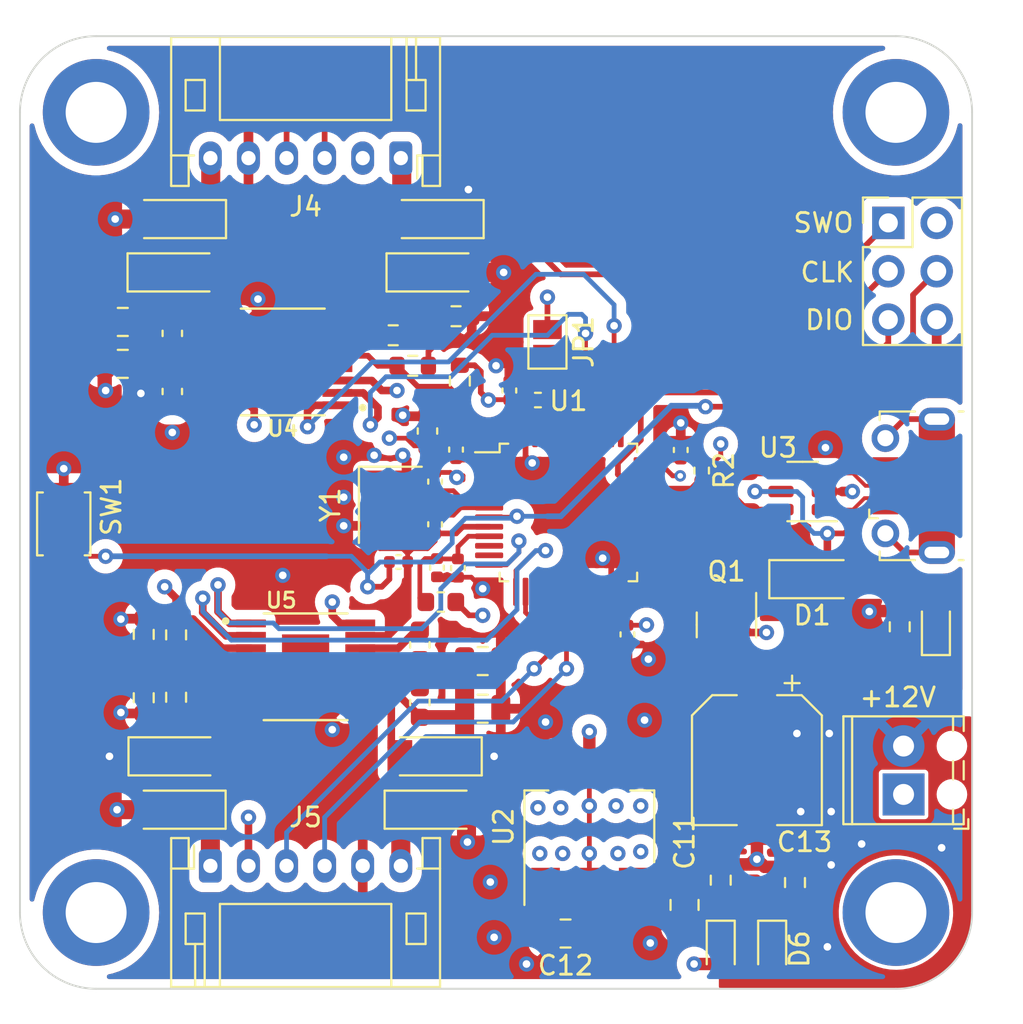
<source format=kicad_pcb>
(kicad_pcb (version 20211014) (generator pcbnew)
  (layers (0 "F.Cu" signal) (1 "In1.Cu" signal) (2 "In2.Cu" signal) (31 "B.Cu" signal) (34 "B.Paste" user) (35 "F.Paste" user) (36 "B.SilkS" user "B.Silkscreen") (37 "F.SilkS" user "F.Silkscreen") (38 "B.Mask" user) (39 "F.Mask" user) (44 "Edge.Cuts" user))
  (net 0 "")
  (net 1 "/Microcontroller/OSC_IN")
  (net 2 "GND")
  (net 3 "/Microcontroller/NRST")
  (net 4 "/Microcontroller/OSC_OUT")
  (net 5 "+3.3V")
  (net 6 "+3.3VA")
  (net 7 "/Microcontroller/USB_DP")
  (net 13 "/Microcontroller/M2_ENCA")
  (net 14 "/Microcontroller/M2_ENCB")
  (net 15 "Net-(D12-Pad1)")
  (net 30 "/Microcontroller/USB_DN")
  (net 31 "/Microcontroller/SWDIO")
  (net 32 "/Microcontroller/SWCLK")
  (net 34 "/Microcontroller/M1_ENCA")
  (net 35 "/Microcontroller/M1_ENCB")
  (net 36 "/Microcontroller/M1_IN1")
  (net 37 "/Microcontroller/M1_IN2")
  (net 38 "/Microcontroller/BOOT0")
  (net 41 "VBUS")
  (net 42 "/Connectors/CONN_USB_DN")
  (net 43 "/Connectors/CONN_USB_DP")
  (net 44 "unconnected-(J1-Pad6)")
  (net 46 "/Microcontroller/SWO")
  (net 47 "+12V")
  (net 48 "Net-(C11-Pad1)")
  (net 49 "Net-(C14-Pad1)")
  (net 50 "Net-(C14-Pad2)")
  (net 51 "Net-(C15-Pad2)")
  (net 52 "/Motor Driver/M1_OUT1")
  (net 53 "/Motor Driver/M1_OUT2")
  (net 54 "/Motor Driver/VREF1")
  (net 55 "Net-(R5-Pad1)")
  (net 56 "Net-(R5-Pad2)")
  (net 59 "Net-(D6-Pad1)")
  (net 60 "Net-(D7-Pad1)")
  (net 61 "Net-(C18-Pad1)")
  (net 62 "Net-(C18-Pad2)")
  (net 63 "Net-(C19-Pad2)")
  (net 64 "/Motor Driver/M2_OUT1")
  (net 65 "/Motor Driver/M2_OUT2")
  (net 66 "/Motor Driver/VREF2")
  (net 67 "Net-(R11-Pad1)")
  (net 68 "Net-(R11-Pad2)")
  (net 69 "/Motor Driver/M2_IN1")
  (net 70 "/Motor Driver/M2_IN2")
  (footprint "Connector_PinHeader_2.54mm:PinHeader_2x03_P2.54mm_Vertical" (layer "F.Cu") (at 175.6 99.8)
    (fp_text reference "J2" hide)
    (fp_text value "SWD Connector")
  )
  (footprint "Capacitor_SMD:C_0603_1608Metric" (layer "F.Cu") (at 151.4 110.725 90)
    (fp_text reference "C4" hide)
    (fp_text value "4u7")
  )
  (footprint "Resistor_SMD:R_0603_1608Metric" (layer "F.Cu") (at 136.5 121.4 90)
    (fp_text reference "R10" hide)
    (fp_text value "DNP")
  )
  (footprint "Resistor_SMD:R_0603_1608Metric" (layer "F.Cu") (at 153.1 108.1 -90)
    (fp_text reference "R3" hide)
    (fp_text value "10k")
  )
  (footprint "MountingHole:MountingHole_3.2mm_M3_DIN965_Pad" (layer "F.Cu") (at 134 94)
    (fp_text reference "H3" hide)
    (fp_text value "M3")
  )
  (footprint "Capacitor_SMD:C_0402_1005Metric" (layer "F.Cu") (at 151.9 117.9 -90)
    (fp_text reference "C10" hide)
    (fp_text value "0u1")
  )
  (footprint "Capacitor_SMD:C_0805_2012Metric" (layer "F.Cu") (at 154.3 122.8)
    (fp_text reference "C20" hide)
    (fp_text value "4u7")
  )
  (footprint "Jumper:SolderJumper-2_P1.3mm_Open_Pad1.0x1.5mm" (layer "F.Cu") (at 157.7 106.05 90)
    (fp_text reference "JP1")
    (fp_text value "Boot Jumper")
  )
  (footprint "LED_SMD:LED_0603_1608Metric" (layer "F.Cu") (at 169.5 137.9125 -90)
    (fp_text reference "D6")
    (fp_text value "green")
  )
  (footprint "MountingHole:MountingHole_3.2mm_M3_DIN965_Pad" (layer "F.Cu") (at 134 136)
    (fp_text reference "H4" hide)
    (fp_text value "M3")
  )
  (footprint "Package_QFP:LQFP-48_7x7mm_P0.5mm" (layer "F.Cu") (at 158.8 115)
    (fp_text reference "U1")
    (fp_text value "STM32F103C8T6")
  )
  (footprint "Resistor_SMD:R_0603_1608Metric" (layer "F.Cu") (at 152.9 104.7)
    (fp_text reference "R6" hide)
    (fp_text value "1k5")
  )
  (footprint "Capacitor_SMD:C_0603_1608Metric" (layer "F.Cu") (at 151 121.95 -90)
    (fp_text reference "C18" hide)
    (fp_text value "22n")
  )
  (footprint "MountingHole:MountingHole_3.2mm_M3_DIN965_Pad" (layer "F.Cu") (at 176 94)
    (fp_text reference "H1" hide)
    (fp_text value "M3")
  )
  (footprint "Resistor_SMD:R_0603_1608Metric" (layer "F.Cu") (at 170.7 134.425 90)
    (fp_text reference "R7" hide)
    (fp_text value "1k5")
  )
  (footprint "Capacitor_SMD:C_0603_1608Metric" (layer "F.Cu") (at 151 124.975 90)
    (fp_text reference "C19" hide)
    (fp_text value "220n")
  )
  (footprint "Inductor_SMD:L_0603_1608Metric" (layer "F.Cu") (at 152.1 119.7)
    (fp_text reference "L1" hide)
    (fp_text value "39n")
  )
  (footprint "Diode_SMD:D_MiniMELF" (layer "F.Cu") (at 151.7 130.6)
    (fp_text reference "D11" hide)
    (fp_text value "LL4148")
  )
  (footprint "Capacitor_SMD:C_0402_1005Metric" (layer "F.Cu") (at 151.8 115.62 -90)
    (fp_text reference "C3" hide)
    (fp_text value "20p")
  )
  (footprint "Package_TO_SOT_SMD:SOT-223-3_TabPin2" (layer "F.Cu") (at 159.9 131.5 90)
    (fp_text reference "U2")
    (fp_text value "AMS1117-3.3")
  )
  (footprint "Capacitor_SMD:C_0805_2012Metric" (layer "F.Cu") (at 164.9 135.6 -90)
    (fp_text reference "C11")
    (fp_text value "1u")
  )
  (footprint "Resistor_SMD:R_0603_1608Metric" (layer "F.Cu") (at 136.5 124.725 -90)
    (fp_text reference "R12" hide)
    (fp_text value "1k5")
  )
  (footprint "LED_SMD:LED_0603_1608Metric" (layer "F.Cu") (at 166.8 137.9125 -90)
    (fp_text reference "D7" hide)
    (fp_text value "green")
  )
  (footprint "Diode_SMD:D_MiniMELF" (layer "F.Cu") (at 138.27 99.6 180)
    (fp_text reference "D5" hide)
    (fp_text value "LL4148")
  )
  (footprint "Capacitor_SMD:C_0805_2012Metric" (layer "F.Cu") (at 154.3 125.3)
    (fp_text reference "C21" hide)
    (fp_text value "4u7")
  )
  (footprint "Capacitor_SMD:C_0805_2012Metric" (layer "F.Cu") (at 158.65 137.1 180)
    (fp_text reference "C12")
    (fp_text value "1u")
  )
  (footprint "Capacitor_SMD:C_0402_1005Metric" (layer "F.Cu") (at 149.88 117.6)
    (fp_text reference "C2" hide)
    (fp_text value "0u1")
  )
  (footprint "LED_SMD:LED_0603_1608Metric" (layer "F.Cu") (at 178.1 121 90)
    (fp_text reference "D12" hide)
    (fp_text value "green")
  )
  (footprint "TerminalBlock_Phoenix:TerminalBlock_Phoenix_MPT-0,5-2-2.54_1x02_P2.54mm_Horizontal" (layer "F.Cu") (at 176.4 129.8 90)
    (fp_text reference "J3" hide)
    (fp_text value "PWR")
  )
  (footprint "Resistor_SMD:R_0603_1608Metric" (layer "F.Cu") (at 150.625 107.3)
    (fp_text reference "R4" hide)
    (fp_text value "DNP")
  )
  (footprint "DRV8874PWPR:SOP65P640X120-17N" (layer "F.Cu") (at 145 123.1)
    (fp_text reference "U5")
    (fp_text value "DRV8874PWPR")
  )
  (footprint "MountingHole:MountingHole_3.2mm_M3_DIN965_Pad" (layer "F.Cu") (at 176 136)
    (fp_text reference "H2" hide)
    (fp_text value "M3")
  )
  (footprint "Capacitor_SMD:C_0402_1005Metric" (layer "F.Cu") (at 155.7 108.6 90)
    (fp_text reference "C6" hide)
    (fp_text value "0u1")
  )
  (footprint "Resistor_SMD:R_0603_1608Metric" (layer "F.Cu") (at 138.2 124.7 90)
    (fp_text reference "R11" hide)
    (fp_text value "1k")
  )
  (footprint "DRV8874PWPR:SOP65P640X120-17N" (layer "F.Cu") (at 143.8 107.1 180)
    (fp_text reference "U4")
    (fp_text value "DRV8874PWPR")
  )
  (footprint "Capacitor_SMD:C_0402_1005Metric" (layer "F.Cu") (at 153 117.92 -90)
    (fp_text reference "C9" hide)
    (fp_text value "0u1")
  )
  (footprint "Diode_SMD:D_SOD-123" (layer "F.Cu") (at 171.6 118.5)
    (fp_text reference "D1")
    (fp_text value "B5819W")
  )
  (footprint "Capacitor_SMD:C_0805_2012Metric" (layer "F.Cu") (at 135.4 105 180)
    (fp_text reference "C16" hide)
    (fp_text value "4u7")
  )
  (footprint "Diode_SMD:D_MiniMELF" (layer "F.Cu") (at 138.25 127.8)
    (fp_text reference "D8" hide)
    (fp_text value "LL4148")
  )
  (footprint "Button_Switch_SMD:SW_SPST_B3U-1000P" (layer "F.Cu") (at 132.3 115.6 -90)
    (fp_text reference "SW1")
    (fp_text value "B3U-1000P")
  )
  (footprint "Resistor_SMD:R_0603_1608Metric" (layer "F.Cu") (at 176.2 121 90)
    (fp_text reference "R13" hide)
    (fp_text value "1k")
  )
  (footprint "Capacitor_SMD:C_0603_1608Metric" (layer "F.Cu") (at 138 105.6 -90)
    (fp_text reference "C15" hide)
    (fp_text value "220n")
  )
  (footprint "Diode_SMD:D_MiniMELF" (layer "F.Cu") (at 138.25 130.6 180)
    (fp_text reference "D9" hide)
    (fp_text value "LL4148")
  )
  (footprint "Capacitor_SMD:C_0402_1005Metric" (layer "F.Cu") (at 161.9 121.4 -90)
    (fp_text reference "C8" hide)
    (fp_text value "0u1")
  )
  (footprint "Diode_SMD:D_MiniMELF" (layer "F.Cu") (at 138.2 102.4)
    (fp_text reference "D4" hide)
    (fp_text value "LL4148")
  )
  (footprint "Capacitor_SMD:C_0402_1005Metric" (layer "F.Cu") (at 152.9 111.7 90)
    (fp_text reference "C5" hide)
    (fp_text value "0u1")
  )
  (footprint "Package_TO_SOT_SMD:SOT-23-6" (layer "F.Cu") (at 171.1 113.9 180)
    (fp_text reference "U3")
    (fp_text value "USBLC6-2SC6")
  )
  (footprint "Resistor_SMD:R_0603_1608Metric" (layer "F.Cu") (at 138.2 121.425 -90)
    (fp_text reference "R9" hide)
    (fp_text value "10k")
  )
  (footprint "Diode_SMD:D_MiniMELF" (layer "F.Cu") (at 151.7 127.8 180)
    (fp_text reference "D10" hide)
    (fp_text value "LL4148")
  )
  (footprint "Capacitor_SMD:C_0402_1005Metric" (layer "F.Cu") (at 151.8 113.38 90)
    (fp_text reference "C1" hide)
    (fp_text value "20p")
  )
  (footprint "Capacitor_SMD:CP_Elec_6.3x7.7" (layer "F.Cu") (at 168.7 128 -90)
    (fp_text reference "C13")
    (fp_text value "47u")
  )
  (footprint "Package_TO_SOT_SMD:SOT-23" (layer "F.Cu") (at 167.1 120.9 -90)
    (fp_text reference "Q1")
    (fp_text value "AO3401A")
  )
  (footprint "Capacitor_SMD:C_0805_2012Metric" (layer "F.Cu") (at 135.4 107.2 180)
    (fp_text reference "C17" hide)
    (fp_text value "4u7")
  )
  (footprint "Resistor_SMD:R_0603_1608Metric" (layer "F.Cu") (at 149.6 105.7)
    (fp_text reference "R5" hide)
    (fp_text value "1k")
  )
  (footprint "Connector_JST:JST_PH_S6B-PH-K_1x06_P2.00mm_Horizontal" (layer "F.Cu") (at 150 96.4 180)
    (fp_text reference "J4")
    (fp_text value "Conn_01x06")
  )
  (footprint "Diode_SMD:D_MiniMELF" (layer "F.Cu") (at 151.8 102.4)
    (fp_text reference "D3" hide)
    (fp_text value "LL4148")
  )
  (footprint "Resistor_SMD:R_0402_1005Metric" (layer "F.Cu") (at 165.8 112.8 -90)
    (fp_text reference "R2")
    (fp_text value "1k5")
  )
  (footprint "Capacitor_SMD:C_0402_1005Metric" (layer "F.Cu") (at 164.7 111.72 90)
    (fp_text reference "C7" hide)
    (fp_text value "0u1")
  )
  (footprint "Crystal:Crystal_SMD_3225-4Pin_3.2x2.5mm" (layer "F.Cu") (at 149.45 114.6 -90)
    (fp_text reference "Y1")
    (fp_text value "12MHz")
  )
  (footprint "Diode_SMD:D_MiniMELF" (layer "F.Cu") (at 151.8 99.6 180)
    (fp_text reference "D2" hide)
    (fp_text value "LL4148")
  )
  (footprint "Resistor_SMD:R_0402_1005Metric" (layer "F.Cu") (at 157.2 109.1 180)
    (fp_text reference "R1" hide)
    (fp_text value "10k")
  )
  (footprint "Connector_USB:USB_Micro-B_Molex-105017-0001" (layer "F.Cu") (at 176.91 113.6 90)
    (fp_text reference "J1" hide)
    (fp_text value "USB_B_Micro")
  )
  (footprint "Connector_JST:JST_PH_S6B-PH-K_1x06_P2.00mm_Horizontal" (layer "F.Cu") (at 140 133.55)
    (fp_text reference "J5")
    (fp_text value "Conn_01x06")
  )
  (footprint "Capacitor_SMD:C_0603_1608Metric" (layer "F.Cu") (at 138 108.65 90)
    (fp_text reference "C14" hide)
    (fp_text value "22n")
  )
  (footprint "Resistor_SMD:R_0603_1608Metric" (layer "F.Cu") (at 166.8 134.3 90)
    (fp_text reference "R8" hide)
    (fp_text value "1k")
  )
  (gr_line (start 180 136) (end 180 94) (layer "Edge.Cuts") (width 0.1))
  (gr_arc (start 180 136) (mid 178.828427 138.828427) (end 176 140) (layer "Edge.Cuts") (width 0.1))
  (gr_line (start 130 94) (end 130 136) (layer "Edge.Cuts") (width 0.1))
  (gr_arc (start 130 94) (mid 131.171573 91.171573) (end 134 90) (layer "Edge.Cuts") (width 0.1))
  (gr_arc (start 134 140) (mid 131.171573 138.828427) (end 130 136) (layer "Edge.Cuts") (width 0.1))
  (gr_line (start 176 90) (end 134 90) (layer "Edge.Cuts") (width 0.1))
  (gr_line (start 134 140) (end 176 140) (layer "Edge.Cuts") (width 0.1))
  (gr_arc (start 176 90) (mid 178.828427 91.171573) (end 180 94) (layer "Edge.Cuts") (width 0.1))
  (gr_text "DIO" (at 172.5 104.9) (layer "F.SilkS") (effects (font (size 1 1))))
  (gr_text "SWO" (at 172.2 99.8) (layer "F.SilkS") (effects (font (size 1 1))))
  (gr_text "CLK" (at 172.4 102.4) (layer "F.SilkS") (effects (font (size 1 1))))
  (gr_text "+12V" (at 176.1 124.7) (layer "F.SilkS") (effects (font (size 1 1))))
  (segment (start 153.15 114.25) (end 152.76 113.86) (width 0.25) (layer "F.Cu") (net 1))
  (segment (start 154.6375 114.25) (end 153.15 114.25) (width 0.25) (layer "F.Cu") (net 1))
  (segment (start 151.8 113.9) (end 151.8 113.86) (width 0.25) (layer "F.Cu") (net 1))
  (segment (start 151.1 114.6) (end 151.8 113.9) (width 0.25) (layer "F.Cu") (net 1))
  (segment (start 152.76 113.86) (end 151.8 113.86) (width 0.25) (layer "F.Cu") (net 1))
  (segment (start 149.6 114.6) (end 151.1 114.6) (width 0.25) (layer "F.Cu") (net 1))
  (segment (start 148.6 113.6) (end 149.6 114.6) (width 0.25) (layer "F.Cu") (net 1))
  (segment (start 148.6 113.5) (end 148.6 113.6) (width 0.25) (layer "F.Cu") (net 1))
  (segment (start 142.5 104.4) (end 142.5 103.8) (width 0.4) (layer "F.Cu") (net 2))
  (segment (start 174.625 120.175) (end 174.6 120.2) (width 0.65) (layer "F.Cu") (net 2))
  (segment (start 166.8 133.475) (end 167.625 133.475) (width 0.65) (layer "F.Cu") (net 2))
  (segment (start 155.7 107.4) (end 155.6 107.3) (width 0.25) (layer "F.Cu") (net 2))
  (segment (start 150.62 116.9) (end 150.36 117.16) (width 0.25) (layer "F.Cu") (net 2))
  (segment (start 150.36 120.44) (end 150.36 117.6) (width 0.4) (layer "F.Cu") (net 2))
  (segment (start 168.05 119.9625) (end 168.05 121.05) (width 0.4) (layer "F.Cu") (net 2))
  (segment (start 157.7 134.75) (end 157.6 134.65) (width 0.75) (layer "F.Cu") (net 2))
  (segment (start 167.625 133.475) (end 168.325 133.475) (width 0.65) (layer "F.Cu") (net 2))
  (segment (start 134.45 108.55) (end 134.45 107.2) (width 0.75) (layer "F.Cu") (net 2))
  (segment (start 149.325 121.475) (end 150.36 120.44) (width 0.4) (layer "F.Cu") (net 2))
  (segment (start 168.05 121.05) (end 168.3 121.3) (width 0.4) (layer "F.Cu") (net 2))
  (segment (start 162.9 122.1) (end 163 122.2) (width 0.3) (layer "F.Cu") (net 2))
  (segment (start 154.6375 115.75) (end 153.25 115.75) (width 0.3) (layer "F.Cu") (net 2))
  (segment (start 150.1 116.9) (end 148.9 116.9) (width 0.25) (layer "F.Cu") (net 2))
  (segment (start 136.52 99.6) (end 135 99.6) (width 1) (layer "F.Cu") (net 2))
  (segment (start 135.325 120.575) (end 135.3 120.6) (width 0.4) (layer "F.Cu") (net 2))
  (segment (start 142.075 104.825) (end 142.4 104.5) (width 0.4) (layer "F.Cu") (net 2))
  (segment (start 155.7 108.12) (end 155.7 107.4) (width 0.25) (layer "F.Cu") (net 2))
  (segment (start 168.3 121.3) (end 169.2 121.3) (width 0.4) (layer "F.Cu") (net 2))
  (segment (start 161.9 121.88) (end 162.68 121.88) (width 0.3) (layer "F.Cu") (net 2))
  (segment (start 173.9 112.1) (end 173.4 111.6) (width 0.3) (layer "F.Cu") (net 2))
  (segment (start 152.9 116.1) (end 151.8 116.1) (width 0.3) (layer "F.Cu") (net 2))
  (segment (start 168.425 133.475) (end 168.7 133.2) (width 0.65) (layer "F.Cu") (net 2))
  (segment (start 136.5 120.575) (end 135.325 120.575) (width 0.4) (layer "F.Cu") (net 2))
  (segment (start 152.857131 113.157131) (end 152.935717 113.157131) (width 0.25) (layer "F.Cu") (net 2))
  (segment (start 152.6 112.9) (end 152.8 113.1) (width 0.25) (layer "F.Cu") (net 2))
  (segment (start 139.1 109.484924) (end 139.859924 108.725) (width 0.4) (layer "F.Cu") (net 2))
  (segment (start 156.55 112.05) (end 156.9 112.4) (width 0.3) (layer "F.Cu") (net 2))
  (segment (start 176.2 120.175) (end 174.625 120.175) (width 0.65) (layer "F.Cu") (net 2))
  (segment (start 155.6 107.3) (end 155 107.3) (width 0.25) (layer "F.Cu") (net 2))
  (segment (start 150.36 117.6) (end 150.36 117.16) (width 0.25) (layer "F.Cu") (net 2))
  (segment (start 174.1 112.3) (end 173.9 112.1) (width 0.3) (layer "F.Cu") (net 2))
  (segment (start 148.9 116.9) (end 148.6 116.6) (width 0.25) (layer "F.Cu") (net 2))
  (segment (start 163.45 136.55) (end 163.1 136.9) (width 0.75) (layer "F.Cu") (net 2))
  (segment (start 138.5 110.8) (end 139.1 110.2) (width 0.4) (layer "F.Cu") (net 2))
  (segment (start 134.5 108.6) (end 134.45 108.55) (width 0.75) (layer "F.Cu") (net 2))
  (segment (start 162.68 121.88) (end 162.9 122.1) (width 0.3) (layer "F.Cu") (net 2))
  (segment (start 155.4 102.4) (end 153.55 102.4) (width 1) (layer "F.Cu") (net 2))
  (segment (start 150.36 117.16) (end 150.1 116.9) (width 0.25) (layer "F.Cu") (net 2))
  (segment (start 152.2 105.8) (end 153.4 105.8) (width 0.3) (layer "F.Cu") (net 2))
  (segment (start 152.8 113.1) (end 152.857131 113.157131) (width 0.25) (layer "F.Cu") (net 2))
  (segment (start 164.7 111.24) (end 164.7 110.3) (width 0.3) (layer "F.Cu") (net 2))
  (segment (start 146.4 125.7) (end 146.4 126.4) (width 0.4) (layer "F.Cu") (net 2))
  (segment (start 136.5 130.6) (end 135.1 130.6) (width 1) (layer "F.Cu") (net 2))
  (segment (start 151.4 116.9) (end 150.62 116.9) (width 0.25) (layer "F.Cu") (net 2))
  (segment (start 151.4 109.95) (end 150.15 109.95) (width 0.3) (layer "F.Cu") (net 2))
  (segment (start 157.4 138.6) (end 157.3 138.7) (width 0.75) (layer "F.Cu") (net 2))
  (segment (start 157.7 137.1) (end 157.7 138.3) (width 0.75) (layer "F.Cu") (net 2))
  (segment (start 136.5 125.55) (end 135.35 125.55) (width 0.4) (layer "F.Cu") (net 2))
  (segment (start 168.7 130.7) (end 168.7 133.1) (width 0.65) (layer "F.Cu") (net 2))
  (segment (start 156.69 108.29) (end 156.5 108.1) (width 0.3) (layer "F.Cu") (net 2))
  (segment (start 148.6 116.6) (end 148.6 115.7) (width 0.25) (layer "F.Cu") (net 2))
  (segment (start 151.8 112.9) (end 152.6 112.9) (width 0.25) (layer "F.Cu") (net 2))
  (segment (start 168.325 133.475) (end 168.7 133.1) (width 0.65) (layer "F.Cu") (net 2))
  (segment (start 148.6 115.7) (end 147 115.7) (width 0.25) (layer "F.Cu") (net 2))
  (segment (start 142.4 104.5) (end 142.5 104.4) (width 0.4) (layer "F.Cu") (net 2))
  (segment (start 164.278339 113.078339) (end 163.95 112.75) (width 0.25) (layer "F.Cu") (net 2))
  (segment (start 168.175 133.475) (end 168.425 133.475) (width 0.65) (layer "F.Cu") (net 2))
  (segment (start 147.87 121.475) (end 149.325 121.475) (width 0.4) (layer "F.Cu") (net 2))
  (segment (start 164.9 136.55) (end 163.45 136.55) (width 0.75) (layer "F.Cu") (net 2))
  (segment (start 134.45 105) (end 134.45 107.2) (width 1) (layer "F.Cu") (net 2))
  (segment (start 157.7 137.1) (end 157.7 134.75) (width 0.75) (layer "F.Cu") (net 2))
  (segment (start 167.625 133.475) (end 168.175 133.475) (width 0.65) (layer "F.Cu") (net 2))
  (segment (start 154.3 119) (end 153.7 118.4) (width 0.25) (layer "F.Cu") (net 2))
  (segment (start 164.673839 113.078339) (end 164.278339 113.078339) (width 0.25) (layer "F.Cu") (net 2))
  (segment (start 168.7 133.1) (end 168.7 133.2) (width 0.65) (layer "F.Cu") (net 2))
  (segment (start 153.7 118.4) (end 153 118.4) (width 0.25) (layer "F.Cu") (net 2))
  (segment (start 151.7 113) (end 150.8 113) (width 0.25) (layer "F.Cu") (net 2))
  (segment (start 163.95 112.75) (end 162.9625 112.75) (width 0.25) (layer "F.Cu") (net 2))
  (segment (start 163.1 136.9) (end 163.1 137.6) (width 0.75) (layer "F.Cu") (net 2))
  (segment (start 147.87 125.375) (end 146.725 125.375) (width 0.4) (layer "F.Cu") (net 2))
  (segment (start 153.725 102.575) (end 153.55 102.4) (width 0.3) (layer "F.Cu") (net 2))
  (segment (start 150.62 116.9) (end 150.1 116.9) (width 0.25) (layer "F.Cu") (net 2))
  (segment (start 152.35 109.95) (end 151.4 109.95) (width 0.3) (layer "F.Cu") (net 2))
  (segment (start 152.9 110.5) (end 152.35 109.95) (width 0.3) (layer "F.Cu") (net 2))
  (segment (start 170.7 133.6) (end 169.1 133.6) (width 0.65) (layer "F.Cu") (net 2))
  (segment (start 155.72 108.1) (end 155.7 108.12) (width 0.3) (layer "F.Cu") (net 2))
  (segment (start 173.710756 113.9) (end 172.2375 113.9) (width 0.3) (layer "F.Cu") (net 2))
  (segment (start 169.1 133.6) (end 168.975 133.475) (width 0.65) (layer "F.Cu") (net 2))
  (segment (start 151.8 112.9) (end 151.7 113) (width 0.25) (layer "F.Cu") (net 2))
  (segment (start 153.45 132.25) (end 153.5 132.3) (width 1) (layer "F.Cu") (net 2))
  (segment (start 156.5 108.1) (end 155.72 108.1) (width 0.3) (layer "F.Cu") (net 2))
  (segment (start 147 112.3) (end 147 112.1) (width 0.25) (layer "F.Cu") (net 2))
  (segment (start 153.725 105.475) (end 153.725 104.7) (width 0.3) (layer "F.Cu") (net 2))
  (segment (start 161.05 119.1625) (end 161.05 117.85) (width 0.3) (layer "F.Cu") (net 2))
  (segment (start 146.725 125.375) (end 146.4 125.7) (width 0.4) (layer "F.Cu") (net 2))
  (segment (start 138 110.8) (end 138.5 110.8) (width 0.4) (layer "F.Cu") (net 2))
  (segment (start 168.975 133.475) (end 168.425 133.475) (width 0.65) (layer "F.Cu") (net 2))
  (segment (start 169.1 133.6) (end 168.7 133.2) (width 0.65) (layer "F.Cu") (net 2))
  (segment (start 151.9 118.38) (end 152.98 118.38) (width 0.25) (layer "F.Cu") (net 2))
  (segment (start 175.4475 112.3) (end 174.1 112.3) (width 0.3) (layer "F.Cu") (net 2))
  (segment (start 156.69 109.1) (end 156.69 108.29) (width 0.3) (layer "F.Cu") (net 2))
  (segment (start 153.4 105.8) (end 153.725 105.475) (width 0.3) (layer "F.Cu") (net 2))
  (segment (start 132.3 112.7) (end 132.3 113.9) (width 0.25) (layer "F.Cu") (net 2))
  (segment (start 151.8 116.1) (end 151.8 116.5) (width 0.25) (layer "F.Cu") (net 2))
  (segment (start 151.45 106.55) (end 152.2 105.8) (width 0.3) (layer "F.Cu") (net 2))
  (segment (start 151.45 107.3) (end 151.45 106.55) (width 0.3) (layer "F.Cu") (net 2))
  (segment (start 153.45 130.6) (end 153.45 132.25) (width 1) (layer "F.Cu") (net 2))
  (segment (start 163 122.2) (end 163 122.6) (width 0.3) (layer "F.Cu") (net 2))
  (segment (start 150.8 113) (end 150.3 113.5) (width 0.25) (layer "F.Cu") (net 2))
  (segment (start 153.725 104.7) (end 153.725 102.575) (width 0.3) (layer "F.Cu") (net 2))
  (segment (start 173.4 111.6) (end 172.3 111.6) (width 0.3) (layer "F.Cu") (net 2))
  (segment (start 160.8 117.6) (end 160.6 117.4) (width 0.3) (layer "F.Cu") (net 2))
  (segment (start 139.859924 108.725) (end 140.93 108.725) (width 0.4) (layer "F.Cu") (net 2))
  (segment (start 135.35 125.55) (end 135.3 125.5) (width 0.4) (layer "F.Cu") (net 2))
  (segment (start 157.3 138.7) (end 156.6 138.7) (width 0.75) (layer "F.Cu") (net 2))
  (segment (start 161.05 117.85) (end 160.8 117.6) (width 0.3) (layer "F.Cu") (net 2))
  (segment (start 139.1 110.2) (end 139.1 109.484924) (width 0.4) (layer "F.Cu") (net 2))
  (segment (start 150.15 109.95) (end 150.1 109.9) (width 0.3) (layer "F.Cu") (net 2))
  (segment (start 151.8 116.5) (end 151.4 116.9) (width 0.25) (layer "F.Cu") (net 2))
  (segment (start 152.9 111.22) (end 152.9 110.5) (width 0.3) (layer "F.Cu") (net 2))
  (segment (start 157.7 138.3) (end 157.4 138.6) (width 0.75) (layer "F.Cu") (net 2))
  (segment (start 152.98 118.38) (end 153 118.4) (width 0.25) (layer "F.Cu") (net 2))
  (segment (start 140.93 104.825) (end 142.075 104.825) (width 0.4) (layer "F.Cu") (net 2))
  (segment (start 156.55 110.8375) (end 156.55 112.05) (width 0.3) (layer "F.Cu") (net 2))
  (segment (start 153.25 115.75) (end 152.9 116.1) (width 0.3) (layer "F.Cu") (net 2))
  (via (at 147 114.2) (size 0.8) (drill 0.4) (layers "F.Cu" "B.Cu") (net 2))
  (via (at 135 99.6) (size 0.8) (drill 0.4) (layers "F.Cu" "B.Cu") (net 2))
  (via (at 163.1 137.6) (size 0.8) (drill 0.4) (layers "F.Cu" "B.Cu") (net 2))
  (via (at 160.6 117.4) (size 0.8) (drill 0.4) (layers "F.Cu" "B.Cu") (net 2))
  (via (at 169.2 121.3) (size 0.8) (drill 0.4) (layers "F.Cu" "B.Cu") (net 2))
  (via (at 150.1 109.9) (size 0.8) (drill 0.4) (layers "F.Cu" "B.Cu") (net 2))
  (via (at 135.3 120.6) (size 0.8) (drill 0.4) (layers "F.Cu" "B.Cu") (net 2))
  (via (at 174.6 120.2) (size 0.8) (drill 0.4) (layers "F.Cu" "B.Cu") (net 2))
  (via (at 154.7 134.4) (size 0.8) (drill 0.4) (layers "F.Cu" "B.Cu") (net 2))
  (via (at 155.4 102.4) (size 0.8) (drill 0.4) (layers "F.Cu" "B.Cu") (net 2))
  (via (at 157.6 126) (size 0.8) (drill 0.4) (layers "F.Cu" "B.Cu") (net 2))
  (via (at 132.3 112.7) (size 0.8) (drill 0.4) (layers "F.Cu" "B.Cu") (net 2))
  (via (at 163 122.7) (size 0.8) (drill 0.4) (layers "F.Cu" "B.Cu") (net 2))
  (via (at 148.6 112) (size 0.8) (drill 0.4) (layers "F.Cu" "B.Cu") (net 2))
  (via (at 156.6 138.7) (size 0.8) (drill 0.4) (layers "F.Cu" "B.Cu") (net 2))
  (via (at 162.8 125.9) (size 0.8) (drill 0.4) (layers "F.Cu" "B.Cu") (net 2))
  (via (at 173.710756 113.9) (size 0.8) (drill 0.4) (layers "F.Cu" "B.Cu") (net 2))
  (via (at 168.7 133.2) (size 0.8) (drill 0.4) (layers "F.Cu" "B.Cu") (net 2))
  (via (at 154.9 137.3) (size 0.8) (drill 0.4) (layers "F.Cu" "B.Cu") (net 2))
  (via (at 143.8 118.3) (size 0.8) (drill 0.4) (layers "F.Cu" "B.Cu") (net 2))
  (via (at 155 107.3) (size 0.8) (drill 0.4) (layers "F.Cu" "B.Cu") (net 2))
  (via (at 152.935717 113.157131) (size 0.8) (drill 0.4) (layers "F.Cu" "B.Cu") (net 2))
  (via (at 150.1 112) (size 0.8) (drill 0.4) (layers "F.Cu" "B.Cu") (net 2))
  (via (at 147 112.1) (size 0.8) (drill 0.4) (layers "F.Cu" "B.Cu") (net 2))
  (via (at 135.3 125.5) (size 0.8) (drill 0.4) (layers "F.Cu" "B.Cu") (net 2))
  (via (at 147 115.7) (size 0.8) (drill 0.4) (layers "F.Cu" "B.Cu") (net 2))
  (via (at 153.5 132.3) (size 0.8) (drill 0.4) (layers "F.Cu" "B.Cu") (net 2))
  (via (at 142.5 103.8) (size 0.8) (drill 0.4) (layers "F.Cu" "B.Cu") (net 2))
  (via (at 172.3 111.6) (size 0.8) (drill 0.4) (layers "F.Cu" "B.Cu") (net 2))
  (via (at 156.9 112.4) (size 0.8) (drill 0.4) (layers "F.Cu" "B.Cu") (net 2))
  (via (at 135.1 130.6) (size 0.8) (drill 0.4) (layers "F.Cu" "B.Cu") (net 2))
  (via (at 146.4 126.4) (size 0.8) (drill 0.4) (layers "F.Cu" "B.Cu") (net 2))
  (via (at 164.673839 113.078339) (size 0.6) (drill 0.3) (layers "F.Cu" "B.Cu") (net 2))
  (via (at 138 110.8) (size 0.8) (drill 0.4) (layers "F.Cu" "B.Cu") (net 2))
  (via (at 134.5 108.6) (size 0.8) (drill 0.4) (layers "F.Cu" "B.Cu") (net 2))
  (via (at 154.3 119) (size 0.8) (drill 0.4) (layers "F.Cu" "B.Cu") (net 2))
  (via (at 164.7 110.3) (size 0.8) (drill 0.4) (layers "F.Cu" "B.Cu") (net 2))
  (segment (start 176.9 103.58) (end 178.14 102.34) (width 0.3) (layer "F.Cu") (net 3))
  (segment (start 173.4005 109.4495) (end 176.9 105.95) (width 0.3) (layer "F.Cu") (net 3))
  (segment (start 134.5 117.3) (end 132.3 117.3) (width 0.25) (layer "F.Cu") (net 3))
  (segment (start 176.9 105.95) (end 176.9 103.58) (width 0.3) (layer "F.Cu") (net 3))
  (segment (start 149.4 117.6) (end 149.4 118.5) (width 0.3) (layer "F.Cu") (net 3))
  (segment (start 149.4 118.5) (end 149 118.9) (width 0.3) (layer "F.Cu") (net 3))
  (segment (start 156.05 115.25) (end 156.1 115.2) (width 0.25) (layer "F.Cu") (net 3))
  (segment (start 149 118.9) (end 148.26 118.9) (width 0.3) (layer "F.Cu") (net 3))
  (segment (start 154.6375 115.25) (end 156.05 115.25) (width 0.25) (layer "F.Cu") (net 3))
  (segment (start 166 109.4495) (end 173.4005 109.4495) (width 0.3) (layer "F.Cu") (net 3))
  (via (at 166 109.4495) (size 0.8) (drill 0.4) (layers "F.Cu" "B.Cu") (net 3))
  (via (at 156.1 115.2) (size 0.8) (drill 0.4) (layers "F.Cu" "B.Cu") (net 3))
  (via (at 134.5 117.3) (size 0.8) (drill 0.4) (layers "F.Cu" "B.Cu") (net 3))
  (via (at 148.26 118.9) (size 0.8) (drill 0.4) (layers "F.Cu" "B.Cu") (net 3))
  (segment (start 156.1 115.2) (end 156 115.3) (width 0.25) (layer "B.Cu") (net 3))
  (segment (start 146.1 117.3) (end 147.4 117.3) (width 0.25) (layer "B.Cu") (net 3))
  (segment (start 152.7 116) (end 152.7 116.6) (width 0.25) (layer "B.Cu") (net 3))
  (segment (start 164.2 109.4) (end 165.5 109.4) (width 0.3) (layer "B.Cu") (net 3))
  (segment (start 148.26 118.24) (end 148.26 118.9) (width 0.25) (layer "B.Cu") (net 3))
  (segment (start 157.7 115.2) (end 158.4 115.2) (width 0.3) (layer "B.Cu") (net 3))
  (segment (start 153.4 115.3) (end 152.7 116) (width 0.25) (layer "B.Cu") (net 3))
  (segment (start 147.4 117.3) (end 148.26 118.16) (width 0.25) (layer "B.Cu") (net 3))
  (segment (start 165.9505 109.4) (end 166 109.4495) (width 0.3) (layer "B.Cu") (net 3))
  (segment (start 148.26 118.16) (end 148.26 118.9) (width 0.25) (layer "B.Cu") (net 3))
  (segment (start 156 115.3) (end 153.4 115.3) (width 0.25) (layer "B.Cu") (net 3))
  (segment (start 152.7 116.6) (end 151.7 117.6) (width 0.25) (layer "B.Cu") (net 3))
  (segment (start 148.9 117.6) (end 148.26 118.24) (width 0.25) (layer "B.Cu") (net 3))
  (segment (start 157.7 115.2) (end 156.1 115.2) (width 0.25) (layer "B.Cu") (net 3))
  (segment (start 159.3 114.3) (end 164.2 109.4) (width 0.3) (layer "B.Cu") (net 3))
  (segment (start 146.1 117.3) (end 134.5 117.3) (width 0.3) (layer "B.Cu") (net 3))
  (segment (start 158.4 115.2) (end 159.3 114.3) (width 0.3) (layer "B.Cu") (net 3))
  (segment (start 151.7 117.6) (end 148.9 117.6) (width 0.25) (layer "B.Cu") (net 3))
  (segment (start 165.5 109.4) (end 165.9505 109.4) (width 0.3) (layer "B.Cu") (net 3))
  (segment (start 154.6375 114.75) (end 153.15 114.75) (width 0.25) (layer "F.Cu") (net 4))
  (segment (start 153.15 114.75) (end 152.76 115.14) (width 0.25) (layer "F.Cu") (net 4))
  (segment (start 150.86 115.14) (end 150.3 115.7) (width 0.25) (layer "F.Cu") (net 4))
  (segment (start 151.8 115.14) (end 150.86 115.14) (width 0.25) (layer "F.Cu") (net 4))
  (segment (start 152.76 115.14) (end 151.8 115.14) (width 0.25) (layer "F.Cu") (net 4))
  (segment (start 140.93 109.375) (end 142.075 109.375) (width 0.4) (layer "F.Cu") (net 5))
  (segment (start 152.08 112.18) (end 151.4 111.5) (width 0.25) (layer "F.Cu") (net 5))
  (segment (start 166.8 112) (end 166.8 111.4) (width 0.25) (layer "F.Cu") (net 5))
  (segment (start 150.7 111.5) (end 151.4 111.5) (width 0.25) (layer "F.Cu") (net 5))
  (segment (start 165.8 112.29) (end 166.51 112.29) (width 0.25) (layer "F.Cu") (net 5))
  (segment (start 154.2 108.7) (end 154.6 109.1) (width 0.3) (layer "F.Cu") (net 5))
  (segment (start 162.88 120.92) (end 162.9 120.9) (width 0.25) (layer "F.Cu") (net 5))
  (segment (start 159.6 134.95) (end 159.9 134.65) (width 0.75) (layer "F.Cu") (net 5))
  (segment (start 166.8 138.7) (end 165.4 138.7) (width 0.65) (layer "F.Cu") (net 5))
  (segment (start 138.2 120.6) (end 138.2 119.5) (width 0.4) (layer "F.Cu") (net 5))
  (segment (start 138 119.3) (end 137.6 118.9) (width 0.4) (layer "F.Cu") (net 5))
  (segment (start 153.1 107.275) (end 153.875 107.275) (width 0.3) (layer "F.Cu") (net 5))
  (segment (start 165.7 112.2) (end 164.7 112.2) (width 0.25) (layer "F.Cu") (net 5))
  (segment (start 156.05 109.95) (end 155.7 109.6) (width 0.25) (layer "F.Cu") (net 5))
  (segment (start 162.9625 112.25) (end 164.65 112.25) (width 0.25) (layer "F.Cu") (net 5))
  (segment (start 142.3 109.6) (end 142.3 110.4) (width 0.4) (layer "F.Cu") (net 5))
  (segment (start 148.475 108.075) (end 148.7 108.3) (width 0.4) (layer "F.Cu") (net 5))
  (segment (start 153.875 107.275) (end 154.2 107.6) (width 0.3) (layer "F.Cu") (net 5))
  (segment (start 161.55 119.1625) (end 161.55 120.57) (width 0.25) (layer "F.Cu") (net 5))
  (segment (start 149 108.6) (end 149.8 108.6) (width 0.4) (layer "F.Cu") (net 5))
  (segment (start 159.9 130.4) (end 159.9 132.9) (width 0.25) (layer "F.Cu") (net 5))
  (segment (start 152.97 112.25) (end 152.9 112.18) (width 0.25) (layer "F.Cu") (net 5))
  (segment (start 159.9 134.65) (end 159.9 132.9) (width 0.25) (layer "F.Cu") (net 5))
  (segment (start 156.05 110.8375) (end 156.05 109.95) (width 0.25) (layer "F.Cu") (net 5))
  (segment (start 154.6375 112.25) (end 152.97 112.25) (width 0.25) (layer "F.Cu") (net 5))
  (segment (start 159.6 137.1) (end 159.6 134.95) (width 0.75) (layer "F.Cu") (net 5))
  (segment (start 154.3 120.4) (end 153.5875 120.4) (width 0.3) (layer "F.Cu") (net 5))
  (segment (start 164.65 112.25) (end 164.7 112.2) (width 0.25) (layer "F.Cu") (net 5))
  (segment (start 149.4 111.1) (end 150.3 111.1) (width 0.25) (layer "F.Cu") (net 5))
  (segment (start 140.625 122.125) (end 139.1 120.6) (width 0.4) (layer "F.Cu") (net 5))
  (segment (start 155.7 109.08) (end 154.62 109.08) (width 0.25) (layer "F.Cu") (net 5))
  (segment (start 153.5875 120.4) (end 152.8875 119.7) (width 0.3) (layer "F.Cu") (net 5))
  (segment (start 150.3 111.1) (end 150.7 111.5) (width 0.25) (layer "F.Cu") (net 5))
  (segment (start 166.51 112.29) (end 166.8 112) (width 0.25) (layer "F.Cu") (net 5))
  (segment (start 142.13 122.125) (end 140.625 122.125) (width 0.4) (layer "F.Cu") (net 5))
  (segment (start 142 133.55) (end 142 131) (width 0.4) (layer "F.Cu") (net 5))
  (segment (start 165.79 112.29) (end 165.7 112.2) (width 0.25) (layer "F.Cu") (net 5))
  (segment (start 139.1 120.6) (end 138.2 120.6) (width 0.4) (layer "F.Cu") (net 5))
  (segment (start 154.62 109.08) (end 154.6 109.1) (width 0.25) (layer "F.Cu") (net 5))
  (segment (start 152.9 112.18) (end 152.08 112.18) (width 0.25) (layer "F.Cu") (net 5))
  (segment (start 165.8 112.29) (end 165.79 112.29) (width 0.25) (layer "F.Cu") (net 5))
  (segment (start 142.075 109.375) (end 142.3 109.6) (width 0.4) (layer "F.Cu") (net 5))
  (segment (start 155.7 109.6) (end 155.7 109.08) (width 0.25) (layer "F.Cu") (net 5))
  (segment (start 146.825 120.825) (end 146.4 120.4) (width 0.4) (layer "F.Cu") (net 5))
  (segment (start 159.9 128.35) (end 159.9 126.5) (width 0.65) (layer "F.Cu") (net 5))
  (segment (start 161.9 120.92) (end 162.88 120.92) (width 0.25) (layer "F.Cu") (net 5))
  (segment (start 147.87 120.825) (end 146.825 120.825) (width 0.4) (layer "F.Cu") (net 5))
  (segment (start 161.55 120.57) (end 161.9 120.92) (width 0.25) (layer "F.Cu") (net 5))
  (segment (start 154.2 107.6) (end 154.2 108.7) (width 0.3) (layer "F.Cu") (net 5))
  (segment (start 148.7 108.3) (end 149 108.6) (width 0.4) (layer "F.Cu") (net 5))
  (segment (start 159.9 128.35) (end 159.9 130.4) (width 0.25) (layer "F.Cu") (net 5))
  (segment (start 157.7 105.4) (end 157.7 103.7) (width 0.3) (layer "F.Cu") (net 5))
  (segment (start 138.2 119.5) (end 138 119.3) (width 0.4) (layer "F.Cu") (net 5))
  (segment (start 146.67 108.075) (end 148.475 108.075) (width 0.4) (layer "F.Cu") (net 5))
  (segment (start 146.4 120.4) (end 146.4 119.7) (width 0.4) (layer "F.Cu") (net 5))
  (via (at 142 131) (size 0.8) (drill 0.4) (layers "F.Cu" "B.Cu") (net 5))
  (via (at 159.9 132.9) (size 0.8) (drill 0.4) (layers "F.Cu" "B.Cu") (net 5))
  (via (at 159.9 132.9) (size 0.8) (drill 0.4) (layers "F.Cu" "B.Cu") (net 5))
  (via (at 142.3 110.4) (size 0.8) (drill 0.4) (layers "F.Cu" "B.Cu") (net 5))
  (via (at 162.6 132.8) (size 0.8) (drill 0.4) (layers "F.Cu" "B.Cu") (net 5))
  (via (at 137.6 118.9) (size 0.8) (drill 0.4) (layers "F.Cu" "B.Cu") (net 5))
  (via (at 159.9 130.4) (size 0.8) (drill 0.4) (layers "F.Cu" "B.Cu") (net 5))
  (via (at 161.3 130.4) (size 0.8) (drill 0.4) (layers "F.Cu" "B.Cu") (net 5))
  (via (at 158.5 132.9) (size 0.8) (drill 0.4) (layers "F.Cu" "B.Cu") (net 5))
  (via (at 154.6 109.1) (size 0.8) (drill 0.4) (layers "F.Cu" "B.Cu") (net 5))
  (via (at 161.4 132.9) (size 0.8) (drill 0.4) (layers "F.Cu" "B.Cu") (net 5))
  (via (at 159.9 130.4) (size 0.8) (drill 0.4) (layers "F.Cu" "B.Cu") (net 5))
  (via (at 162.6 130.4) (size 0.8) (drill 0.4) (layers "F.Cu" "B.Cu") (net 5))
  (via (at 154.3 120.4) (size 0.8) (drill 0.4) (layers "F.Cu" "B.Cu") (net 5))
  (via (at 149.8 108.6) (size 0.8) (drill 0.4) (layers "F.Cu" "B.Cu") (net 5))
  (via (at 146.4 119.7) (size 0.8) (drill 0.4) (layers "F.Cu" "B.Cu") (net 5))
  (via (at 159.9 126.5) (size 0.8) (drill 0.4) (layers "F.Cu" "B.Cu") (net 5))
  (via (at 162.9 120.9) (size 0.8) (drill 0.4) (layers "F.Cu" "B.Cu") (net 5))
  (via (at 157.7 103.7) (size 0.8) (drill 0.4) (layers "F.Cu" "B.Cu") (net 5))
  (via (at 149.4 111.1) (size 0.8) (drill 0.4) (layers "F.Cu" "B.Cu") (net 5))
  (via (at 158.4 130.5) (size 0.8) (drill 0.4) (layers "F.Cu" "B.Cu") (net 5))
  (via (at 166.8 111.4) (size 0.8) (drill 0.4) (layers "F.Cu" "B.Cu") (net 5))
  (via (at 157.2 130.5) (size 0.8) (drill 0.4) (layers "F.Cu" "B.Cu") (net 5))
  (via (at 165.4 138.7) (size 0.8) (drill 0.4) (layers "F.Cu" "B.Cu") (net 5))
  (via (at 157.3 132.9) (size 0.8) (drill 0.4) (layers "F.Cu" "B.Cu") (net 5))
  (segment (start 159.8 130.5) (end 159.9 130.4) (width 0.25) (layer "B.Cu") (net 5))
  (segment (start 161.5 132.8) (end 161.4 132.9) (width 0.25) (layer "B.Cu") (net 5))
  (segment (start 157.3 130.6) (end 157.2 130.5) (width 0.25) (layer "B.Cu") (net 5))
  (segment (start 151.92 117.44) (end 151.9 117.42) (width 0.25) (layer "F.Cu") (net 6))
  (segment (start 153.55 116.25) (end 154.6375 116.25) (width 0.25) (layer "F.Cu") (net 6))
  (segment (start 151.9 117.42) (end 151.28 117.42) (width 0.25) (layer "F.Cu") (net 6))
  (segment (start 153 116.8) (end 153.55 116.25) (width 0.25) (layer "F.Cu") (net 6))
  (segment (start 151.2 119.7) (end 151.3125 119.7) (width 0.25) (layer "F.Cu") (net 6))
  (segment (start 151.28 117.42) (end 151 117.7) (width 0.25) (layer "F.Cu") (net 6))
  (segment (start 151 117.7) (end 151 119.5) (width 0.25) (layer "F.Cu") (net 6))
  (segment (start 153 117.44) (end 153 116.8) (width 0.25) (layer "F.Cu") (net 6))
  (segment (start 151 119.5) (end 151.2 119.7) (width 0.25) (layer "F.Cu") (net 6))
  (segment (start 153 117.44) (end 151.92 117.44) (width 0.25) (layer "F.Cu") (net 6))
  (segment (start 165.692979 113.31) (end 165.8 113.31) (width 0.3) (layer "F.Cu") (net 7))
  (segment (start 168.435 112.95) (end 168.4 112.915) (width 0.3) (layer "F.Cu") (net 7))
  (segment (start 167.29 113.31) (end 165.8 113.31) (width 0.77) (layer "F.Cu") (net 7))
  (segment (start 169.9625 112.95) (end 168.435 112.95) (width 0.3) (layer "F.Cu") (net 7))
  (segment (start 167.685 112.915) (end 167.29 113.31) (width 0.77) (layer "F.Cu") (net 7))
  (segment (start 165.252979 113.75) (end 165.692979 113.31) (width 0.3) (layer "F.Cu") (net 7))
  (segment (start 162.9625 113.75) (end 165.252979 113.75) (width 0.3) (layer "F.Cu") (net 7))
  (segment (start 168.4 112.915) (end 167.685 112.915) (width 0.77) (layer "F.Cu") (net 7))
  (segment (start 157.7 121.4) (end 157.7 122.5) (width 0.25) (layer "F.Cu") (net 13))
  (segment (start 157.7 122.5) (end 157 123.2) (width 0.25) (layer "F.Cu") (net 13))
  (segment (start 156.55 120.25) (end 157.7 121.4) (width 0.25) (layer "F.Cu") (net 13))
  (segment (start 156.55 119.1625) (end 156.55 120.25) (width 0.25) (layer "F.Cu") (net 13))
  (via (at 157 123.2) (size 0.8) (drill 0.4) (layers "F.Cu" "B.Cu") (net 13))
  (segment (start 144 133.55) (end 144 131.8) (width 0.25) (layer "B.Cu") (net 13))
  (segment (start 150.9 124.9) (end 155.3 124.9) (width 0.25) (layer "B.Cu") (net 13))
  (segment (start 155.3 124.9) (end 157 123.2) (width 0.25) (layer "B.Cu") (net 13))
  (segment (start 144 131.8) (end 150.9 124.9) (width 0.25) (layer "B.Cu") (net 13))
  (segment (start 157.468198 120.531802) (end 158.7 121.763604) (width 0.25) (layer "F.Cu") (net 14))
  (segment (start 157.05 120.113604) (end 157.468198 120.531802) (width 0.25) (layer "F.Cu") (net 14))
  (segment (start 158.7 121.763604) (end 158.7 123.2) (width 0.25) (layer "F.Cu") (net 14))
  (segment (start 157.05 119.1625) (end 157.05 120.113604) (width 0.25) (layer "F.Cu") (net 14))
  (via (at 158.7 123.2) (size 0.8) (drill 0.4) (layers "F.Cu" "B.Cu") (net 14))
  (segment (start 155.9 126) (end 158.7 123.2) (width 0.25) (layer "B.Cu") (net 14))
  (segment (start 151 126) (end 155.9 126) (width 0.25) (layer "B.Cu") (net 14))
  (segment (start 146 133.55) (end 146 131) (width 0.25) (layer "B.Cu") (net 14))
  (segment (start 146 131) (end 151 126) (width 0.25) (layer "B.Cu") (net 14))
  (segment (start 178.1 121.7875) (end 176.2375 121.7875) (width 0.65) (layer "F.Cu") (net 15))
  (segment (start 176.2375 121.7875) (end 176.2 121.825) (width 0.65) (layer "F.Cu") (net 15))
  (segment (start 168.5 114.9) (end 167.9 114.9) (width 0.77) (layer "F.Cu") (net 30))
  (segment (start 167.9 114.9) (end 167.3 114.3) (width 0.77) (layer "F.Cu") (net 30))
  (segment (start 169.9625 114.85) (end 168.55 114.85) (width 0.3) (layer "F.Cu") (net 30))
  (segment (start 168.55 114.85) (end 168.5 114.9) (width 0.3) (layer "F.Cu") (net 30))
  (segment (start 162.9625 114.25) (end 165.65 114.25) (width 0.3) (layer "F.Cu") (net 30))
  (segment (start 167.3 114.3) (end 165.7 114.3) (width 0.77) (layer "F.Cu") (net 30))
  (segment (start 165.65 114.25) (end 165.7 114.3) (width 0.3) (layer "F.Cu") (net 30))
  (segment (start 161.4 112.4) (end 162.6 111.2) (width 0.3) (layer "F.Cu") (net 31))
  (segment (start 173 108.7) (end 175.6 106.1) (width 0.3) (layer "F.Cu") (net 31))
  (segment (start 161.65 113.25) (end 161.4 113) (width 0.3) (layer "F.Cu") (net 31))
  (segment (start 163.1 108.7) (end 173 108.7) (width 0.3) (layer "F.Cu") (net 31))
  (segment (start 162.6 111.2) (end 162.6 109.2) (width 0.3) (layer "F.Cu") (net 31))
  (segment (start 162.9625 113.25) (end 161.65 113.25) (width 0.3) (layer "F.Cu") (net 31))
  (segment (start 175.6 106.1) (end 175.6 104.88) (width 0.3) (layer "F.Cu") (net 31))
  (segment (start 162.6 109.2) (end 163.1 108.7) (width 0.3) (layer "F.Cu") (net 31))
  (segment (start 161.4 113) (end 161.4 112.4) (width 0.3) (layer "F.Cu") (net 31))
  (segment (start 161.55 109.55) (end 161.55 108.95) (width 0.3) (layer "F.Cu") (net 32))
  (segment (start 173.7 106.8) (end 173.7 104.24) (width 0.3) (layer "F.Cu") (net 32))
  (segment (start 175.06 102.34) (end 175.6 102.34) (width 0.25) (layer "F.Cu") (net 32))
  (segment (start 161.55 110.8375) (end 161.55 109.55) (width 0.25) (layer "F.Cu") (net 32))
  (segment (start 162.4 108.1) (end 172.4 108.1) (width 0.3) (layer "F.Cu") (net 32))
  (segment (start 161.55 108.95) (end 162.4 108.1) (width 0.3) (layer "F.Cu") (net 32))
  (segment (start 173.7 104.24) (end 175.6 102.34) (width 0.3) (layer "F.Cu") (net 32))
  (segment (start 172.4 108.1) (end 173.7 106.8) (width 0.3) (layer "F.Cu") (net 32))
  (segment (start 155.4 96.8) (end 152.2 93.6) (width 0.3) (layer "F.Cu") (net 34))
  (segment (start 146 94.9) (end 146 96.4) (width 0.3) (layer "F.Cu") (net 34))
  (segment (start 158.4 102.5) (end 155.4 99.5) (width 0.3) (layer "F.Cu") (net 34))
  (segment (start 152.2 93.6) (end 147.3 93.6) (width 0.3) (layer "F.Cu") (net 34))
  (segment (start 161.6 102.5) (end 158.4 102.5) (width 0.3) (layer "F.Cu") (net 34))
  (segment (start 147.3 93.6) (end 146 94.9) (width 0.3) (layer "F.Cu") (net 34))
  (segment (start 155.4 99.5) (end 155.4 96.8) (width 0.3) (layer "F.Cu") (net 34))
  (segment (start 159.55 110.8375) (end 159.55 108.621752) (width 0.3) (layer "F.Cu") (net 34))
  (segment (start 162.6 103.5) (end 161.6 102.5) (width 0.3) (layer "F.Cu") (net 34))
  (segment (start 159.55 108.621752) (end 162.6 105.571752) (width 0.3) (layer "F.Cu") (net 34))
  (segment (start 162.6 105.571752) (end 162.6 103.5) (width 0.3) (layer "F.Cu") (net 34))
  (segment (start 163.2 103.3) (end 161.9 102) (width 0.3) (layer "F.Cu") (net 35))
  (segment (start 158.7 102) (end 156 99.3) (width 0.3) (layer "F.Cu") (net 35))
  (segment (start 162 106.9) (end 163.2 105.7) (width 0.3) (layer "F.Cu") (net 35))
  (segment (start 144 95) (end 144 96.4) (width 0.3) (layer "F.Cu") (net 35))
  (segment (start 161.978858 106.9) (end 162 106.9) (width 0.3) (layer "F.Cu") (net 35))
  (segment (start 160.05 108.828858) (end 161.978858 106.9) (width 0.3) (layer "F.Cu") (net 35))
  (segment (start 160.05 110.8375) (end 160.05 108.828858) (width 0.3) (layer "F.Cu") (net 35))
  (segment (start 156 96.4) (end 152.6 93) (width 0.3) (layer "F.Cu") (net 35))
  (segment (start 146 93) (end 144 95) (width 0.3) (layer "F.Cu") (net 35))
  (segment (start 152.6 93) (end 146 93) (width 0.3) (layer "F.Cu") (net 35))
  (segment (start 161.9 102) (end 158.7 102) (width 0.3) (layer "F.Cu") (net 35))
  (segment (start 163.2 105.7) (end 163.2 103.3) (width 0.3) (layer "F.Cu") (net 35))
  (segment (start 156 99.3) (end 156 96.4) (width 0.3) (layer "F.Cu") (net 35))
  (segment (start 161.2 106.3) (end 161.2 105.2) (width 0.25) (layer "F.Cu") (net 36))
  (segment (start 159.05 110.8375) (end 159.05 108.45) (width 0.25) (layer "F.Cu") (net 36))
  (segment (start 159.4 108.1) (end 161.2 106.3) (width 0.25) (layer "F.Cu") (net 36))
  (segment (start 159.05 108.45) (end 159.4 108.1) (width 0.25) (layer "F.Cu") (net 36))
  (segment (start 145.1 110.5) (end 145.1 109.7) (width 0.4) (layer "F.Cu") (net 36))
  (segment (start 145.1 109.7) (end 145.425 109.375) (width 0.4) (layer "F.Cu") (net 36))
  (segment (start 145.425 109.375) (end 146.67 109.375) (width 0.4) (layer "F.Cu") (net 36))
  (via (at 145.1 110.5) (size 0.8) (drill 0.4) (layers "F.Cu" "B.Cu") (net 36))
  (via (at 161.2 105.2) (size 0.8) (drill 0.4) (layers "F.Cu" "B.Cu") (net 36))
  (segment (start 161.2 105.2) (end 161.2 104.1) (width 0.25) (layer "B.Cu") (net 36))
  (segment (start 159.6 102.5) (end 157.1 102.5) (width 0.25) (layer "B.Cu") (net 36))
  (segment (start 148.5 107.1) (end 145.1 110.5) (width 0.25) (layer "B.Cu") (net 36))
  (segment (start 157.1 102.5) (end 152.5 107.1) (width 0.25) (layer "B.Cu") (net 36))
  (segment (start 161.2 104.1) (end 159.6 102.5) (width 0.25) (layer "B.Cu") (net 36))
  (segment (start 152.5 107.1) (end 148.5 107.1) (width 0.25) (layer "B.Cu") (net 36))
  (segment (start 158.55 108.442893) (end 158.55 108.15) (width 0.25) (layer "F.Cu") (net 37))
  (segment (start 158.55 108.442893) (end 158.55 110.8375) (width 0.3) (layer "F.Cu") (net 37))
  (segment (start 159.7 107) (end 159.7 105.6) (width 0.25) (layer "F.Cu") (net 37))
  (segment (start 148.025 108.725) (end 148.4 109.1) (width 0.4) (layer "F.Cu") (net 37))
  (segment (start 158.55 108.15) (end 159.7 107) (width 0.25) (layer "F.Cu") (net 37))
  (segment (start 148.4 109.1) (end 148.8 109.5) (width 0.4) (layer "F.Cu") (net 37))
  (segment (start 148.8 110) (end 148.4 110.4) (width 0.4) (layer "F.Cu") (net 37))
  (segment (start 146.67 108.725) (end 148.025 108.725) (width 0.4) (layer "F.Cu") (net 37))
  (segment (start 148.8 109.5) (end 148.8 110) (width 0.4) (layer "F.Cu") (net 37))
  (via (at 148.4 110.4) (size 0.8) (drill 0.4) (layers "F.Cu" "B.Cu") (net 37))
  (via (at 159.7 105.6) (size 0.8) (drill 0.4) (layers "F.Cu" "B.Cu") (net 37))
  (segment (start 157.7 105.7) (end 154.8 105.7) (width 0.25) (layer "B.Cu") (net 37))
  (segment (start 158.8 104.6) (end 157.7 105.7) (width 0.25) (layer "B.Cu") (net 37))
  (segment (start 148.4 108.7) (end 148.4 110.4) (width 0.25) (layer "B.Cu") (net 37))
  (segment (start 149.225 107.875) (end 148.4 108.7) (width 0.25) (layer "B.Cu") (net 37))
  (segment (start 154.8 105.7) (end 152.625 107.875) (width 0.25) (layer "B.Cu") (net 37))
  (segment (start 159.7 105.6) (end 159.7 104.8) (width 0.25) (layer "B.Cu") (net 37))
  (segment (start 159.7 104.8) (end 159.5 104.6) (width 0.25) (layer "B.Cu") (net 37))
  (segment (start 159.5 104.6) (end 158.8 104.6) (width 0.25) (layer "B.Cu") (net 37))
  (segment (start 152.625 107.875) (end 149.225 107.875) (width 0.25) (layer "B.Cu") (net 37))
  (segment (start 158.05 110.8375) (end 158.05 109.44) (width 0.3) (layer "F.Cu") (net 38))
  (segment (start 157.71 109.1) (end 157.71 106.71) (width 0.3) (layer "F.Cu") (net 38))
  (segment (start 158.05 109.44) (end 157.71 109.1) (width 0.3) (layer "F.Cu") (net 38))
  (segment (start 157.71 106.71) (end 157.7 106.7) (width 0.3) (layer "F.Cu") (net 38))
  (segment (start 172.4 117.4) (end 172.4 116.1) (width 0.4) (layer "F.Cu") (net 41))
  (segment (start 173.25 118.25) (end 172.4 117.4) (width 0.4) (layer "F.Cu") (net 41))
  (segment (start 178.1 119.3) (end 177.5 118.7) (width 0.65) (layer "F.Cu") (net 41))
  (segment (start 174.5 114.9) (end 173.3 116.1) (width 0.3) (layer "F.Cu") (net 41))
  (segment (start 169.9625 113.9) (end 168.6 113.9) (width 0.25) (layer "F.Cu") (net 41))
  (segment (start 173.25 118.5) (end 173.25 118.25) (width 0.4) (layer "F.Cu") (net 41))
  (segment (start 177.5 118.7) (end 173.45 118.7) (width 0.65) (layer "F.Cu") (net 41))
  (segment (start 173.3 116.1) (end 172.4 116.1) (width 0.3) (layer "F.Cu") (net 41))
  (segment (start 173.45 118.7) (end 173.25 118.5) (width 0.65) (layer "F.Cu") (net 41))
  (segment (start 175.4475 114.9) (end 174.5 114.9) (width 0.3) (layer "F.Cu") (net 41))
  (segment (start 178.1 120.2125) (end 178.1 119.3) (width 0.65) (layer "F.Cu") (net 41))
  (via (at 172.4 116.1) (size 0.8) (drill 0.4) (layers "F.Cu" "B.Cu") (net 41))
  (via (at 168.6 113.9) (size 0.8) (drill 0.4) (layers "F.Cu" "B.Cu") (net 41))
  (segment (start 172.4 116.1) (end 171.7 116.1) (width 0.25) (layer "B.Cu") (net 41))
  (segment (start 171.1 115.5) (end 171.1 114.2) (width 0.25) (layer "B.Cu") (net 41))
  (segment (start 171.1 114.2) (end 170.8 113.9) (width 0.25) (layer "B.Cu") (net 41))
  (segment (start 171.7 116.1) (end 171.1 115.5) (width 0.25) (layer "B.Cu") (net 41))
  (segment (start 170.8 113.9) (end 168.6 113.9) (width 0.25) (layer "B.Cu") (net 41))
  (segment (start 173.75 114.85) (end 172.2375 114.85) (width 0.2) (layer "F.Cu") (net 42))
  (segment (start 175.4475 114.25) (end 174.35 114.25) (width 0.2) (layer "F.Cu") (net 42))
  (segment (start 174.35 114.25) (end 173.75 114.85) (width 0.2) (layer "F.Cu") (net 42))
  (segment (start 175.4475 113.6) (end 174.4 113.6) (width 0.2) (layer "F.Cu") (net 43))
  (segment (start 173.75 112.95) (end 172.2375 112.95) (width 0.2) (layer "F.Cu") (net 43))
  (segment (start 174.4 113.6) (end 173.75 112.95) (width 0.2) (layer "F.Cu") (net 43))
  (segment (start 178.1475 110.7) (end 178.1475 110.1) (width 0.3) (layer "F.Cu") (net 44))
  (segment (start 175.4475 111.1) (end 176.4475 110.1) (width 0.3) (layer "F.Cu") (net 44))
  (segment (start 176.4475 117.1) (end 175.4475 116.1) (width 0.3) (layer "F.Cu") (net 44))
  (segment (start 178.1475 114.6) (end 178.1475 112.6) (width 0.3) (layer "F.Cu") (net 44))
  (segment (start 178.1475 117.1) (end 176.4475 117.1) (width 0.3) (layer "F.Cu") (net 44))
  (segment (start 178.1475 112.6) (end 178.1475 110.7) (width 0.3) (layer "F.Cu") (net 44))
  (segment (start 176.4475 110.1) (end 178.1475 110.1) (width 0.3) (layer "F.Cu") (net 44))
  (segment (start 178.1475 116.5) (end 178.1475 114.6) (width 0.3) (layer "F.Cu") (net 44))
  (segment (start 172.8 102.6) (end 175.6 99.8) (width 0.3) (layer "F.Cu") (net 46))
  (segment (start 172.8 106.3) (end 172.8 102.6) (width 0.3) (layer "F.Cu") (net 46))
  (segment (start 160.55 109.05) (end 162.2 107.4) (width 0.3) (layer "F.Cu") (net 46))
  (segment (start 160.55 110.8375) (end 160.55 109.05) (width 0.3) (layer "F.Cu") (net 46))
  (segment (start 162.2 107.4) (end 171.7 107.4) (width 0.3) (layer "F.Cu") (net 46))
  (segment (start 171.7 107.4) (end 172.8 106.3) (width 0.3) (layer "F.Cu") (net 46))
  (segment (start 140.93 106.125) (end 139.332107 106.125) (width 0.3) (layer "F.Cu") (net 47))
  (segment (start 136.55 102.4) (end 136.35 102.6) (width 1) (layer "F.Cu") (net 47))
  (segment (start 139.332107 106.125) (end 138.032107 104.825) (width 0.3) (layer "F.Cu") (net 47))
  (segment (start 138.032107 104.825) (end 138 104.825) (width 0.3) (layer "F.Cu") (net 47))
  (segment (start 136.525 104.825) (end 136.35 105) (width 0.75) (layer "F.Cu") (net 47))
  (segment (start 153.35 126.15) (end 153.35 127.7) (width 1) (layer "F.Cu") (net 47))
  (segment (start 151 125.75) (end 152.95 125.75) (width 0.75) (layer "F.Cu") (net 47))
  (segment (start 151 125.75) (end 151 125.7) (width 0.4) (layer "F.Cu") (net 47))
  (segment (start 153.35 127.7) (end 153.45 127.8) (width 1) (layer "F.Cu") (net 47))
  (segment (start 168.7 124.4) (end 168.7 125.3) (width 0.65) (layer "F.Cu") (net 47))
  (segment (start 152.95 125.75) (end 153.35 126.15) (width 0.65) (layer "F.Cu") (net 47))
  (segment (start 153.35 125.3) (end 153.35 126.15) (width 1) (layer "F.Cu") (net 47))
  (segment (start 136.5 127.8) (end 134.7 127.8) (width 1) (layer "F.Cu") (net 47))
  (segment (start 138 104.825) (end 136.525 104.825) (width 0.75) (layer "F.Cu") (net 47))
  (segment (start 153.55 98.05) (end 153.55 99.6) (width 1) (layer "F.Cu") (net 47))
  (segment (start 153.35 125.3) (end 153.35 122.8) (width 1) (layer "F.Cu") (net 47))
  (segment (start 149.375 124.075) (end 147.87 124.075) (width 0.4) (layer "F.Cu") (net 47))
  (segment (start 136.35 107.2) (end 136.35 105) (width 1) (layer "F.Cu") (net 47))
  (segment (start 151 125.7) (end 149.375 124.075) (width 0.4) (layer "F.Cu") (net 47))
  (segment (start 136.35 102.6) (end 136.35 105) (width 1) (layer "F.Cu") (net 47))
  (segment (start 153.45 127.8) (end 154.9 127.8) (width 1) (layer "F.Cu") (net 47))
  (segment (start 136.35 108.75) (end 136.35 107.2) (width 1) (layer "F.Cu") (net 47))
  (via (at 154.9 127.8) (size 0.8) (drill 0.4) (layers "F.Cu" "B.Cu") (net 47))
  (via (at 136.35 108.75) (size 0.8) (drill 0.4) (layers "F.Cu" "B.Cu") (net 47))
  (via (at 170.8 126.6) (size 0.8) (drill 0.4) (layers "F.Cu" "B.Cu") (net 47))
  (via (at 153.55 98.05) (size 0.8) (drill 0.4) (layers "F.Cu" "B.Cu") (net 47))
  (via (at 174.2 132.4) (size 0.8) (drill 0.4) (layers "F.Cu" "B.Cu") (net 47))
  (via (at 172.4 137.8) (size 0.8) (drill 0.4) (layers "F.Cu" "B.Cu") (net 47))
  (via (at 178.4 132.6) (size 0.8) (drill 0.4) (layers "F.Cu" "B.Cu") (net 47))
  (via (at 172.5 126.6) (size 0.8) (drill 0.4) (layers "F.Cu" "B.Cu") (net 47))
  (via (at 171 130.7) (size 0.8) (drill 0.4) (layers "F.Cu" "B.Cu") (net 47))
  (via (at 172.6 133.5) (size 0.8) (drill 0.4) (layers "F.Cu" "B.Cu") (net 47))
  (via (at 172.6 130.7) (size 0.8) (drill 0.4) (layers "F.Cu" "B.Cu") (net 47))
  (via (at 134.7 127.8) (size 0.8) (drill 0.4) (layers "F.Cu" "B.Cu") (net 47))
  (segment (start 165.4 123.1) (end 165.4 123.2) (width 0.3) (layer "F.Cu") (net 48))
  (segment (start 165.4 123.1) (end 165.4 124.8) (width 0.75) (layer "F.Cu") (net 48))
  (segment (start 169.85 118.4) (end 169.95 118.5) (width 0.3) (layer "F.Cu") (net 48))
  (segment (start 166.15 118.75) (end 166.5 118.4) (width 0.3) (layer "F.Cu") (net 48))
  (segment (start 166.15 121.15) (end 165.4 121.9) (width 0.3) (layer "F.Cu") (net 48))
  (segment (start 164.9 134.65) (end 164.9 133.5) (width 1) (layer "F.Cu") (net 48))
  (segment (start 165.4 133) (end 165.4 124.8) (width 1) (layer "F.Cu") (net 48))
  (segment (start 166.15 119.9625) (end 166.15 118.75) (width 0.3) (layer "F.Cu") (net 48))
  (segment (start 166.5 118.4) (end 169.85 118.4) (width 0.3) (layer "F.Cu") (net 48))
  (segment (start 166.15 119.9625) (end 166.15 121.15) (width 0.3) (layer "F.Cu") (net 48))
  (segment (start 164.9 134.65) (end 162.2 134.65) (width 1) (layer "F.Cu") (net 48))
  (segment (start 164.9 133.5) (end 165.4 133) (width 1) (layer "F.Cu") (net 48))
  (segment (start 165.4 121.9) (end 165.4 123.1) (width 0.3) (layer "F.Cu") (net 48))
  (segment (start 161.6 135.25) (end 162.2 134.65) (width 0.25) (layer "F.Cu") (net 48))
  (segment (start 140.93 108.075) (end 139.732106 108.075) (width 0.3) (layer "F.Cu") (net 49))
  (segment (start 139.05 108.375) (end 138 109.425) (width 0.3) (layer "F.Cu") (net 49))
  (segment (start 139.432106 108.375) (end 139.05 108.375) (width 0.3) (layer "F.Cu") (net 49))
  (segment (start 139.732106 108.075) (end 139.432106 108.375) (width 0.3) (layer "F.Cu") (net 49))
  (segment (start 139.225 107.875) (end 138 107.875) (width 0.3) (layer "F.Cu") (net 50))
  (segment (start 140.93 107.425) (end 139.675 107.425) (width 0.3) (layer "F.Cu") (net 50))
  (segment (start 139.675 107.425) (end 139.225 107.875) (width 0.3) (layer "F.Cu") (net 50))
  (segment (start 140.93 106.775) (end 139.275 106.775) (width 0.3) (layer "F.Cu") (net 51))
  (segment (start 139.275 106.775) (end 138.875 106.375) (width 0.3) (layer "F.Cu") (net 51))
  (segment (start 138.875 106.375) (end 138 106.375) (width 0.3) (layer "F.Cu") (net 51))
  (segment (start 149.6 104.4) (end 150.05 103.95) (width 0.4) (layer "F.Cu") (net 52))
  (segment (start 146.67 104.825) (end 148.075 104.825) (width 0.4) (layer "F.Cu") (net 52))
  (segment (start 148.5 104.4) (end 149.6 104.4) (width 0.4) (layer "F.Cu") (net 52))
  (segment (start 150.05 96.45) (end 150 96.4) (width 1) (layer "F.Cu") (net 52))
  (segment (start 148.075 104.825) (end 148.5 104.4) (width 0.4) (layer "F.Cu") (net 52))
  (segment (start 150.05 99.6) (end 150.05 96.45) (width 1) (layer "F.Cu") (net 52))
  (segment (start 150.05 102.4) (end 150.05 99.6) (width 1) (layer "F.Cu") (net 52))
  (segment (start 150.05 103.95) (end 150.05 102.4) (width 0.4) (layer "F.Cu") (net 52))
  (segment (start 140.02 96.42) (end 140 96.4) (width 1) (layer "F.Cu") (net 53))
  (segment (start 140.02 99.6) (end 140.02 96.42) (width 1) (layer "F.Cu") (net 53))
  (segment (start 140.05 99.63) (end 140.02 99.6) (width 1) (layer "F.Cu") (net 53))
  (segment (start 139.1 103.6) (end 140.05 102.65) (width 0.3) (layer "F.Cu") (net 53))
  (segment (start 139.475 105.475) (end 139.1 105.1) (width 0.3) (layer "F.Cu") (net 53))
  (segment (start 140.93 105.475) (end 139.475 105.475) (width 0.3) (layer "F.Cu") (net 53))
  (segment (start 140.05 102.4) (end 140.05 99.63) (width 1) (layer "F.Cu") (net 53))
  (segment (start 139.1 105.1) (end 139.1 103.6) (width 0.3) (layer "F.Cu") (net 53))
  (segment (start 140.05 102.65) (end 140.05 102.4) (width 0.3) (layer "F.Cu") (net 53))
  (segment (start 150.9 108.4) (end 149.8 107.3) (width 0.3) (layer "F.Cu") (net 54))
  (segment (start 153.1 108.925) (end 153.025 108.925) (width 0.3) (layer "F.Cu") (net 54))
  (segment (start 153.025 108.925) (end 152.5 108.4) (width 0.3) (layer "F.Cu") (net 54))
  (segment (start 148.275 106.775) (end 148.8 107.3) (width 0.3) (layer "F.Cu") (net 54))
  (segment (start 152.5 108.4) (end 150.9 108.4) (width 0.3) (layer "F.Cu") (net 54))
  (segment (start 146.67 106.775) (end 148.275 106.775) (width 0.3) (layer "F.Cu") (net 54))
  (segment (start 148.8 107.3) (end 149.8 107.3) (width 0.3) (layer "F.Cu") (net 54))
  (segment (start 146.67 106.125) (end 148.35 106.125) (width 0.3) (layer "F.Cu") (net 55))
  (segment (start 148.35 106.125) (end 148.775 105.7) (width 0.3) (layer "F.Cu") (net 55))
  (segment (start 150.425 105.7) (end 151.075 105.7) (width 0.3) (layer "F.Cu") (net 56))
  (segment (start 151.075 105.7) (end 152.075 104.7) (width 0.3) (layer "F.Cu") (net 56))
  (segment (start 170.7 135.25) (end 169.85 135.25) (width 0.65) (layer "F.Cu") (net 59))
  (segment (start 169.5 135.6) (end 169.5 137.125) (width 0.65) (layer "F.Cu") (net 59))
  (segment (start 169.85 135.25) (end 169.5 135.6) (width 0.65) (layer "F.Cu") (net 59))
  (segment (start 166.8 135.125) (end 166.8 137.125) (width 0.65) (layer "F.Cu") (net 60))
  (segment (start 150.825 121.175) (end 151 121.175) (width 0.4) (layer "F.Cu") (net 61))
  (segment (start 147.87 122.125) (end 149.875 122.125) (width 0.4) (layer "F.Cu") (net 61))
  (segment (start 149.875 122.125) (end 150.825 121.175) (width 0.4) (layer "F.Cu") (net 61))
  (segment (start 147.87 122.775) (end 150.95 122.775) (width 0.4) (layer "F.Cu") (net 62))
  (segment (start 150.95 122.775) (end 151 122.725) (width 0.4) (layer "F.Cu") (net 62))
  (segment (start 147.87 123.425) (end 150.225 123.425) (width 0.4) (layer "F.Cu") (net 63))
  (segment (start 150.225 123.425) (end 151 124.2) (width 0.4) (layer "F.Cu") (net 63))
  (segment (start 142.13 125.375) (end 140.625 125.375) (width 0.4) (layer "F.Cu") (net 64))
  (segment (start 140.625 125.375) (end 140 126) (width 0.4) (layer "F.Cu") (net 64))
  (segment (start 140 127.8) (end 140 130.6) (width 1) (layer "F.Cu") (net 64))
  (segment (start 140 126) (end 140 127.8) (width 0.4) (layer "F.Cu") (net 64))
  (segment (start 140 133.55) (end 140 130.6) (width 1) (layer "F.Cu") (net 64))
  (segment (start 149.95 127.8) (end 149.95 130.6) (width 1) (layer "F.Cu") (net 65))
  (segment (start 150 130.65) (end 149.95 130.6) (width 1) (layer "F.Cu") (net 65))
  (segment (start 150 133.55) (end 150 130.65) (width 1) (layer "F.Cu") (net 65))
  (segment (start 147.87 124.725) (end 149.025 124.725) (width 0.4) (layer "F.Cu") (net 65))
  (segment (start 149.025 124.725) (end 149.5 125.2) (width 0.4) (layer "F.Cu") (net 65))
  (segment (start 149.5 127.35) (end 149.95 127.8) (width 0.4) (layer "F.Cu") (net 65))
  (segment (start 149.5 125.2) (end 149.5 127.35) (width 0.4) (layer "F.Cu") (net 65))
  (segment (start 140.325 123.425) (end 139.8 122.9) (width 0.4) (layer "F.Cu") (net 66))
  (segment (start 142.13 123.425) (end 140.325 123.425) (width 0.4) (layer "F.Cu") (net 66))
  (segment (start 139.55 122.25) (end 138.2 122.25) (width 0.4) (layer "F.Cu") (net 66))
  (segment (start 136.525 122.25) (end 136.5 122.225) (width 0.4) (layer "F.Cu") (net 66))
  (segment (start 139.8 122.5) (end 139.55 122.25) (width 0.4) (layer "F.Cu") (net 66))
  (segment (start 139.8 122.9) (end 139.8 122.5) (width 0.4) (layer "F.Cu") (net 66))
  (segment (start 138.2 122.25) (end 136.525 122.25) (width 0.4) (layer "F.Cu") (net 66))
  (segment (start 142.13 124.075) (end 140.325 124.075) (width 0.4) (layer "F.Cu") (net 67))
  (segment (start 139.6 124.8) (end 139.6 125.3) (width 0.4) (layer "F.Cu") (net 67))
  (segment (start 140.325 124.075) (end 139.6 124.8) (width 0.4) (layer "F.Cu") (net 67))
  (segment (start 139.375 125.525) (end 138.2 125.525) (width 0.4) (layer "F.Cu") (net 67))
  (segment (start 139.6 125.3) (end 139.375 125.525) (width 0.4) (layer "F.Cu") (net 67))
  (segment (start 136.525 123.875) (end 136.5 123.9) (width 0.4) (layer "F.Cu") (net 68))
  (segment (start 138.2 123.875) (end 136.525 123.875) (width 0.4) (layer "F.Cu") (net 68))
  (segment (start 141.025 120.825) (end 140.4 120.2) (width 0.4) (layer "F.Cu") (net 69))
  (segment (start 142.13 120.825) (end 141.025 120.825) (width 0.4) (layer "F.Cu") (net 69))
  (segment (start 140.4 120.2) (end 140.4 118.8) (width 0.4) (layer "F.Cu") (net 69))
  (segment (start 156.2 116.5) (end 156.2 117.1) (width 0.25) (layer "F.Cu") (net 69))
  (segment (start 156.2 117.1) (end 155.55 117.75) (width 0.25) (layer "F.Cu") (net 69))
  (segment (start 155.55 117.75) (end 154.6375 117.75) (width 0.25) (layer "F.Cu") (net 69))
  (via (at 140.4 118.8) (size 0.8) (drill 0.4) (layers "F.Cu" "B.Cu") (net 69))
  (via (at 156.2 116.5) (size 0.8) (drill 0.4) (layers "F.Cu" "B.Cu") (net 69))
  (segment (start 140.4 120.2) (end 140.4 118.8) (width 0.25) (layer "B.Cu") (net 69))
  (segment (start 152.1 120.1) (end 151.1 121.1) (width 0.25) (layer "B.Cu") (net 69))
  (segment (start 155.6 117.7) (end 153.4 117.7) (width 0.25) (layer "B.Cu") (net 69))
  (segment (start 143.3 120.8) (end 141 120.8) (width 0.25) (layer "B.Cu") (net 69))
  (segment (start 151.1 121.1) (end 143.6 121.1) (width 0.25) (layer "B.Cu") (net 69))
  (segment (start 156.2 117.1) (end 155.6 117.7) (width 0.25) (layer "B.Cu") (net 69))
  (segment (start 153.4 117.7) (end 152.1 119) (width 0.25) (layer "B.Cu") (net 69))
  (segment (start 141 120.8) (end 140.4 120.2) (width 0.25) (layer "B.Cu") (net 69))
  (segment (start 143.6 121.1) (end 143.3 120.8) (width 0.25) (layer "B.Cu") (net 69))
  (segment (start 156.2 116.5) (end 156.2 117.1) (width 0.25) (layer "B.Cu") (net 69))
  (segment (start 152.1 119) (end 152.1 120.1) (width 0.25) (layer "B.Cu") (net 69))
  (segment (start 156.05 118.05) (end 157.1 117) (width 0.25) (layer "F.Cu") (net 70))
  (segment (start 139.6 120.251472) (end 139.6 119.5) (width 0.4) (layer "F.Cu") (net 70))
  (segment (start 157.1 117) (end 157.6 117) (width 0.25) (layer "F.Cu") (net 70))
  (segment (start 142.13 121.475) (end 140.823528 121.475) (width 0.4) (layer "F.Cu") (net 70))
  (segment (start 156.05 119.1625) (end 156.05 118.05) (width 0.25) (layer "F.Cu") (net 70))
  (segment (start 140.823528 121.475) (end 140.074264 120.725736) (width 0.4) (layer "F.Cu") (net 70))
  (segment (start 140.074264 120.725736) (end 139.6 120.251472) (width 0.4) (layer "F.Cu") (net 70))
  (via (at 139.6 119.5) (size 0.8) (drill 0.4) (layers "F.Cu" "B.Cu") (net 70))
  (via (at 157.6 117) (size 0.8) (drill 0.4) (layers "F.Cu" "B.Cu") (net 70))
  (segment (start 157.1 117) (end 156.1 118) (width 0.25) (layer "B.Cu") (net 70))
  (segment (start 156.1 118) (end 156.1 120.1) (width 0.25) (layer "B.Cu") (net 70))
  (segment (start 157.6 117) (end 157.1 117) (width 0.25) (layer "B.Cu") (net 70))
  (segment (start 151.3 121.7) (end 141.1 121.7) (width 0.25) (layer "B.Cu") (net 70))
  (segment (start 141.1 121.7) (end 139.6 120.2) (width 0.25) (layer "B.Cu") (net 70))
  (segment (start 156.1 120.1) (end 154.5 121.7) (width 0.25) (layer "B.Cu") (net 70))
  (segment (start 154.5 121.7) (end 151.3 121.7) (width 0.25) (layer "B.Cu") (net 70))
  (segment (start 151.5 121.7) (end 151.3 121.7) (width 0.25) (layer "B.Cu") (net 70))
  (segment (start 139.6 120.2) (end 139.6 119.5) (width 0.25) (layer "B.Cu") (net 70))
  (zone (net 47) (net_name "+12V") (layer "F.Cu") (connect_pads yes (clearance 0)) (min_thickness 0.254) (fill yes (thermal_gap 0.508) (thermal_bridge_width 0.508) (smoothing fillet))
    (polygon (pts (xy 167.5 123.5) (xy 169.7 123.5) (xy 169.7 125.7) (xy 180 125.7) (xy 180 140) (xy 166.7 140) (xy 166.7 121.1) (xy 167.5 121.1)))
  )
  (zone (net 2) (net_name "GND") (layer "F.Cu") (connect_pads (clearance 0.508)) (min_thickness 0.254) (fill yes (thermal_gap 0.508) (thermal_bridge_width 0.508))
    (polygon (pts (xy 180.1 90.1) (xy 180 124.4) (xy 171.2 124.4) (xy 171.2 120.7) (xy 167.8 120.7) (xy 166.1 120.7) (xy 166.1 140) (xy 129.8 139.9) (xy 129.8 90)))
  )
  (zone (net 47) (net_name "+12V") (layer "B.Cu") (connect_pads (clearance 0.508)) (min_thickness 0.254) (fill yes (thermal_gap 0.508) (thermal_bridge_width 0.508))
    (polygon (pts (xy 180.1 140) (xy 129.8 140) (xy 129.8 90.1) (xy 180.1 90.1)))
  )
)
</source>
